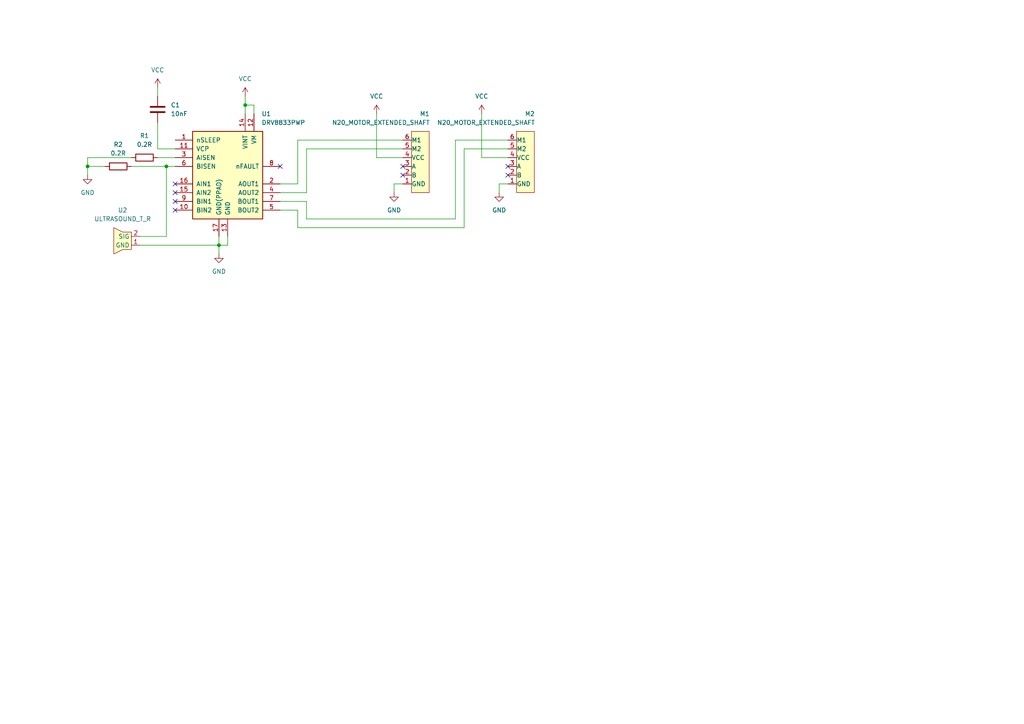
<source format=kicad_sch>
(kicad_sch (version 20230121) (generator eeschema)
  (paper "A4")
  (lib_symbols
    (symbol "Device:C" (pin_numbers hide) (pin_names (offset 0.254))
      (property "Reference" "C" (at 0.635 2.54 0))
      (property "Value" "C" (at 0.635 -2.54 0))
      (symbol "C_0_1"
        (polyline (pts (xy -2.032 -0.762) (xy 2.032 -0.762)) (stroke (width 0.508)))
        (polyline (pts (xy -2.032 0.762) (xy 2.032 0.762)) (stroke (width 0.508)))
      )
      (symbol "C_1_1"
        (pin passive line (at 0 3.81 270) (length 2.794) (name "~") (number "1"))
        (pin passive line (at 0 -3.81 90) (length 2.794) (name "~") (number "2"))
      )
    )
    (symbol "Device:R" (pin_numbers hide) (pin_names (offset 0))
      (property "Reference" "R" (at 2.032 0 90))
      (property "Value" "R" (at 0 0 90))
      (symbol "R_0_1"
        (rectangle (start -1.016 -2.54) (end 1.016 2.54) (stroke (width 0.254)))
      )
      (symbol "R_1_1"
        (pin passive line (at 0 3.81 270) (length 1.27) (name "~") (number "1"))
        (pin passive line (at 0 -3.81 90) (length 1.27) (name "~") (number "2"))
      )
    )
    (symbol "Driver_Motor:DRV8833PWP" (pin_names (offset 1.016))
      (property "Reference" "U" (at -3.81 16.51 0))
      (property "Value" "DRV8833PWP" (at -3.81 13.97 0))
      (symbol "DRV8833PWP_0_1"
        (rectangle (start -10.16 12.7) (end 10.16 -12.7) (stroke (width 0.254)) (fill (type background)))
      )
      (symbol "DRV8833PWP_1_1"
        (pin input line (at -15.24 10.16 0) (length 5.08) (name "nSLEEP") (number "1"))
        (pin input line (at -15.24 -10.16 0) (length 5.08) (name "BIN2") (number "10"))
        (pin bidirectional line (at -15.24 7.62 0) (length 5.08) (name "VCP") (number "11"))
        (pin power_in line (at 7.62 17.78 270) (length 5.08) (name "VM") (number "12"))
        (pin power_in line (at 0 -17.78 90) (length 5.08) (name "GND") (number "13"))
        (pin power_in line (at 5.08 17.78 270) (length 5.08) (name "VINT") (number "14"))
        (pin input line (at -15.24 -5.08 0) (length 5.08) (name "AIN2") (number "15"))
        (pin input line (at -15.24 -2.54 0) (length 5.08) (name "AIN1") (number "16"))
        (pin power_in line (at -2.54 -17.78 90) (length 5.08) (name "GND(PPAD)") (number "17"))
        (pin power_out line (at 15.24 -2.54 180) (length 5.08) (name "AOUT1") (number "2"))
        (pin bidirectional line (at -15.24 5.08 0) (length 5.08) (name "AISEN") (number "3"))
        (pin power_out line (at 15.24 -5.08 180) (length 5.08) (name "AOUT2") (number "4"))
        (pin power_out line (at 15.24 -10.16 180) (length 5.08) (name "BOUT2") (number "5"))
        (pin bidirectional line (at -15.24 2.54 0) (length 5.08) (name "BISEN") (number "6"))
        (pin power_out line (at 15.24 -7.62 180) (length 5.08) (name "BOUT1") (number "7"))
        (pin open_collector line (at 15.24 2.54 180) (length 5.08) (name "nFAULT") (number "8"))
        (pin input line (at -15.24 -7.62 0) (length 5.08) (name "BIN1") (number "9"))
      )
    )
    (symbol "pololu:N20_MOTOR_EXTENDED_SHAFT" (pin_names (offset 0.002))
      (property "Reference" "M" (at 2.54 -19.05 0))
      (property "Value" "N20_MOTOR_EXTENDED_SHAFT" (at 13.97 1.27 0))
      (symbol "N20_MOTOR_EXTENDED_SHAFT_0_1"
        (rectangle (start 0 0) (end 5.08 -17.78) (fill (type background)))
      )
      (symbol "N20_MOTOR_EXTENDED_SHAFT_1_1"
        (pin power_in line (at 7.62 -15.24 180) (length 2.54) (name "GND") (number "1"))
        (pin output line (at 7.62 -12.7 180) (length 2.54) (name "B") (number "2"))
        (pin output line (at 7.62 -10.16 180) (length 2.54) (name "A") (number "3"))
        (pin power_in line (at 7.62 -7.62 180) (length 2.54) (name "VCC") (number "4"))
        (pin input line (at 7.62 -5.08 180) (length 2.54) (name "M2") (number "5"))
        (pin input line (at 7.62 -2.54 180) (length 2.54) (name "M1") (number "6"))
      )
    )
    (symbol "pololu:ULTRASOUND_T_R"
      (property "Reference" "U" (at 8.89 -3.81 0))
      (property "Value" "ULTRASOUND_T_R" (at 0 1.27 0))
      (symbol "ULTRASOUND_T_R_1_1"
        (polyline (pts (xy 2.54 -1.27) (xy 2.54 -6.35) (xy 5.08 -6.35) (xy 7.62 -7.62) (xy 7.62 0) (xy 5.08 -1.27) (xy 2.54 -1.27)) (fill (type background)))
        (pin power_in line (at 0 -2.54 0) (length 2.54) (name "GND") (number "1"))
        (pin input line (at 0 -5.08 0) (length 2.54) (name "SIG") (number "2"))
      )
    )
    (symbol "power:GND" (power) (pin_names (offset 0))
      (property "Value" "GND" (at 0 -3.81 0))
      (symbol "GND_0_1"
        (polyline (pts (xy 0 0) (xy 0 -1.27) (xy 1.27 -1.27) (xy 0 -2.54) (xy -1.27 -1.27) (xy 0 -1.27)))
      )
      (symbol "GND_1_1"
        (pin power_in line (at 0 0 270) (length 0) hide (name "GND") (number "1"))
      )
    )
    (symbol "power:VCC" (power) (pin_names (offset 0))
      (property "Value" "VCC" (at 0 3.81 0))
      (symbol "VCC_0_1"
        (polyline (pts (xy -0.762 1.27) (xy 0 2.54)))
        (polyline (pts (xy 0 0) (xy 0 2.54)))
        (polyline (pts (xy 0 2.54) (xy 0.762 1.27)))
      )
      (symbol "VCC_1_1"
        (pin power_in line (at 0 0 90) (length 0) hide (name "VCC") (number "1"))
      )
    )
  )
  (junction (at 71.12 30.48))
  (junction (at 63.5 71.12))
  (junction (at 48.26 48.26))
  (junction (at 25.4 48.26))
  (no_connect (at 81.28 48.26))
  (no_connect (at 116.84 48.26))
  (no_connect (at 116.84 50.8))
  (no_connect (at 50.8 60.96))
  (no_connect (at 50.8 53.34))
  (no_connect (at 50.8 55.88))
  (no_connect (at 50.8 58.42))
  (no_connect (at 147.32 50.8))
  (no_connect (at 147.32 48.26))
  (wire (pts (xy 66.04 68.58) (xy 66.04 71.12)))
  (wire (pts (xy 116.84 53.34) (xy 114.3 53.34)))
  (wire (pts (xy 144.78 55.88) (xy 144.78 53.34)))
  (wire (pts (xy 38.1 45.72) (xy 25.4 45.72)))
  (wire (pts (xy 88.9 55.88) (xy 88.9 43.18)))
  (wire (pts (xy 147.32 45.72) (xy 139.7 45.72)))
  (wire (pts (xy 134.62 66.04) (xy 134.62 43.18)))
  (wire (pts (xy 147.32 53.34) (xy 144.78 53.34)))
  (wire (pts (xy 25.4 48.26) (xy 25.4 50.8)))
  (wire (pts (xy 88.9 63.5) (xy 132.08 63.5)))
  (wire (pts (xy 71.12 30.48) (xy 71.12 33.02)))
  (wire (pts (xy 88.9 43.18) (xy 116.84 43.18)))
  (wire (pts (xy 134.62 43.18) (xy 147.32 43.18)))
  (wire (pts (xy 63.5 71.12) (xy 66.04 71.12)))
  (wire (pts (xy 109.22 33.02) (xy 109.22 45.72)))
  (wire (pts (xy 81.28 55.88) (xy 88.9 55.88)))
  (wire (pts (xy 40.64 68.58) (xy 48.26 68.58)))
  (wire (pts (xy 86.36 60.96) (xy 86.36 66.04)))
  (wire (pts (xy 40.64 71.12) (xy 63.5 71.12)))
  (wire (pts (xy 63.5 71.12) (xy 63.5 73.66)))
  (wire (pts (xy 71.12 27.94) (xy 71.12 30.48)))
  (wire (pts (xy 48.26 48.26) (xy 50.8 48.26)))
  (wire (pts (xy 114.3 55.88) (xy 114.3 53.34)))
  (wire (pts (xy 73.66 30.48) (xy 71.12 30.48)))
  (wire (pts (xy 73.66 33.02) (xy 73.66 30.48)))
  (wire (pts (xy 88.9 58.42) (xy 88.9 63.5)))
  (wire (pts (xy 45.72 43.18) (xy 50.8 43.18)))
  (wire (pts (xy 25.4 45.72) (xy 25.4 48.26)))
  (wire (pts (xy 38.1 48.26) (xy 48.26 48.26)))
  (wire (pts (xy 81.28 60.96) (xy 86.36 60.96)))
  (wire (pts (xy 86.36 40.64) (xy 86.36 53.34)))
  (wire (pts (xy 48.26 68.58) (xy 48.26 48.26)))
  (wire (pts (xy 86.36 66.04) (xy 134.62 66.04)))
  (wire (pts (xy 45.72 35.56) (xy 45.72 43.18)))
  (wire (pts (xy 132.08 63.5) (xy 132.08 40.64)))
  (wire (pts (xy 116.84 45.72) (xy 109.22 45.72)))
  (wire (pts (xy 25.4 48.26) (xy 30.48 48.26)))
  (wire (pts (xy 81.28 58.42) (xy 88.9 58.42)))
  (wire (pts (xy 45.72 45.72) (xy 50.8 45.72)))
  (wire (pts (xy 45.72 25.4) (xy 45.72 27.94)))
  (wire (pts (xy 86.36 53.34) (xy 81.28 53.34)))
  (wire (pts (xy 63.5 68.58) (xy 63.5 71.12)))
  (wire (pts (xy 86.36 40.64) (xy 116.84 40.64)))
  (wire (pts (xy 132.08 40.64) (xy 147.32 40.64)))
  (wire (pts (xy 139.7 33.02) (xy 139.7 45.72)))
  (symbol (lib_id "power:VCC") (at 45.72 25.4 0) (mirror y) (unit 1)
    (property "Reference" "#PWR05" (effects hide))
    (property "Value" "VCC" (at 45.72 20.32 0))
  )
  (symbol (lib_id "Driver_Motor:DRV8833PWP") (at 66.04 50.8 0) (unit 1)
    (property "Reference" "U1" (at 75.8541 33.02 0) (effects (justify left)))
    (property "Value" "DRV8833PWP" (at 75.8541 35.56 0) (effects (justify left)))
    (property "Footprint" "Package_SO:HTSSOP-16-1EP_4.4x5mm_P0.65mm_EP3.4x5mm_Mask2.46x2.31mm_ThermalVias" (effects hide))
    (property "Datasheet" "http://www.ti.com/lit/ds/symlink/drv8833.pdf" (effects hide))
  )
  (symbol (lib_id "power:GND") (at 144.78 55.88 0) (mirror y) (unit 1)
    (property "Reference" "#PWR01" (effects hide))
    (property "Value" "GND" (at 144.78 60.96 0))
  )
  (symbol (lib_id "power:GND") (at 25.4 50.8 0) (mirror y) (unit 1)
    (property "Reference" "#PWR06" (effects hide))
    (property "Value" "GND" (at 25.4 55.88 0))
  )
  (symbol (lib_id "Device:R") (at 41.91 45.72 90) (unit 1)
    (property "Reference" "R1" (at 41.91 39.37 90))
    (property "Value" "0.2R" (at 41.91 41.91 90))
  )
  (symbol (lib_id "power:VCC") (at 71.12 27.94 0) (mirror y) (unit 1)
    (property "Reference" "#PWR04" (effects hide))
    (property "Value" "VCC" (at 71.12 22.86 0))
  )
  (symbol (lib_id "pololu:ULTRASOUND_T_R") (at 40.64 73.66 180) (unit 1)
    (property "Reference" "U2" (at 35.56 60.96 0))
    (property "Value" "ULTRASOUND_T_R" (at 35.56 63.5 0))
    (property "Footprint" "pololu:ULTRASOUND_T_R" (effects hide))
  )
  (symbol (lib_id "Device:C") (at 45.72 31.75 0) (unit 1)
    (property "Reference" "C1" (at 49.53 30.48 0) (effects (justify left)))
    (property "Value" "10nF" (at 49.53 33.02 0) (effects (justify left)))
  )
  (symbol (lib_id "Device:R") (at 34.29 48.26 90) (unit 1)
    (property "Reference" "R2" (at 34.29 41.91 90))
    (property "Value" "0.2R" (at 34.29 44.45 90))
  )
  (symbol (lib_id "power:GND") (at 63.5 73.66 0) (mirror y) (unit 1)
    (property "Reference" "#PWR03" (effects hide))
    (property "Value" "GND" (at 63.5 78.74 0))
  )
  (symbol (lib_id "power:VCC") (at 109.22 33.02 0) (mirror y) (unit 1)
    (property "Reference" "#PWR0101" (effects hide))
    (property "Value" "VCC" (at 109.22 27.94 0))
  )
  (symbol (lib_id "power:VCC") (at 139.7 33.02 0) (mirror y) (unit 1)
    (property "Reference" "#PWR02" (effects hide))
    (property "Value" "VCC" (at 139.7 27.94 0))
  )
  (symbol (lib_id "power:GND") (at 114.3 55.88 0) (mirror y) (unit 1)
    (property "Reference" "#PWR0102" (effects hide))
    (property "Value" "GND" (at 114.3 60.96 0))
  )
  (symbol (lib_id "pololu:N20_MOTOR_EXTENDED_SHAFT") (at 154.94 38.1 0) (mirror y) (unit 1)
    (property "Reference" "M2" (at 153.67 33.02 0))
    (property "Value" "N20_MOTOR_EXTENDED_SHAFT" (at 140.97 35.56 0))
    (property "Footprint" "pololu:N20_EXTENDED_SHAFT" (effects hide))
  )
  (symbol (lib_id "pololu:N20_MOTOR_EXTENDED_SHAFT") (at 124.46 38.1 0) (mirror y) (unit 1)
    (property "Reference" "M1" (at 123.19 33.02 0))
    (property "Value" "N20_MOTOR_EXTENDED_SHAFT" (at 110.49 35.56 0))
    (property "Footprint" "pololu:N20_EXTENDED_SHAFT" (effects hide))
  )
)
</source>
